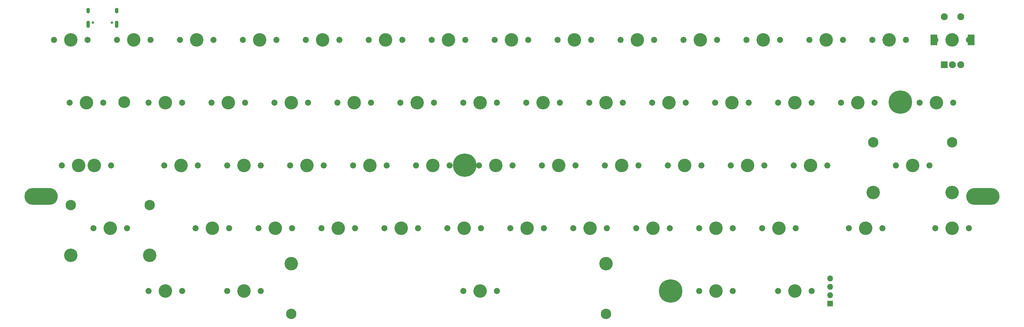
<source format=gbr>
%TF.GenerationSoftware,KiCad,Pcbnew,(5.1.6)-1*%
%TF.CreationDate,2020-09-28T17:44:52+07:00*%
%TF.ProjectId,HHKR,48484b52-2e6b-4696-9361-645f70636258,rev?*%
%TF.SameCoordinates,Original*%
%TF.FileFunction,Soldermask,Top*%
%TF.FilePolarity,Negative*%
%FSLAX46Y46*%
G04 Gerber Fmt 4.6, Leading zero omitted, Abs format (unit mm)*
G04 Created by KiCad (PCBNEW (5.1.6)-1) date 2020-09-28 17:44:52*
%MOMM*%
%LPD*%
G01*
G04 APERTURE LIST*
%ADD10C,1.850000*%
%ADD11C,4.087800*%
%ADD12C,7.100240*%
%ADD13O,10.099980X5.101260*%
%ADD14C,3.600000*%
%ADD15C,3.148000*%
%ADD16C,0.750000*%
%ADD17O,1.100000X2.200000*%
%ADD18O,1.100000X1.700000*%
%ADD19C,2.100000*%
%ADD20R,2.100000X3.300000*%
%ADD21R,2.100000X2.100000*%
%ADD22O,1.800000X1.800000*%
%ADD23R,1.800000X1.800000*%
G04 APERTURE END LIST*
D10*
%TO.C,MX60*%
X286067500Y76200000D03*
X275907500Y76200000D03*
D11*
X280987500Y76200000D03*
%TD*%
D10*
%TO.C,MX30*%
X152717500Y57150000D03*
X142557500Y57150000D03*
D11*
X147637500Y57150000D03*
%TD*%
D12*
%TO.C,H6*%
X138250000Y57250000D03*
%TD*%
%TO.C,H5*%
X200550000Y19050000D03*
%TD*%
%TO.C,H4*%
X270100000Y76350000D03*
%TD*%
D13*
%TO.C,H3*%
X295050000Y47750000D03*
%TD*%
%TO.C,H2*%
X10050000Y47750000D03*
%TD*%
D14*
%TO.C,H1*%
X35250000Y76350000D03*
%TD*%
D10*
%TO.C,MX27*%
X137795000Y19050000D03*
X147955000Y19050000D03*
D11*
X142875000Y19050000D03*
D15*
X85725000Y12065000D03*
X180975000Y12065000D03*
D11*
X85725000Y27305000D03*
X180975000Y27305000D03*
%TD*%
D10*
%TO.C,MX22*%
X124142500Y38100000D03*
X113982500Y38100000D03*
D11*
X119062500Y38100000D03*
%TD*%
%TO.C,MX61*%
X21431250Y57150000D03*
D10*
X16351250Y57150000D03*
X26511250Y57150000D03*
%TD*%
D11*
%TO.C,MX3*%
X26193750Y57150000D03*
D10*
X21113750Y57150000D03*
X31273750Y57150000D03*
%TD*%
%TO.C,MX4*%
X25876250Y38100000D03*
D11*
X30956250Y38100000D03*
D10*
X36036250Y38100000D03*
D11*
X19018250Y29845000D03*
X42894250Y29845000D03*
D15*
X19018250Y45085000D03*
X42894250Y45085000D03*
%TD*%
D10*
%TO.C,MX56*%
X268763750Y57150000D03*
D11*
X273843750Y57150000D03*
D10*
X278923750Y57150000D03*
D11*
X261905750Y48895000D03*
X285781750Y48895000D03*
D15*
X261905750Y64135000D03*
X285781750Y64135000D03*
%TD*%
D11*
%TO.C,MX6*%
X38100000Y95250000D03*
D10*
X33020000Y95250000D03*
X43180000Y95250000D03*
%TD*%
D11*
%TO.C,MX1*%
X19050000Y95250000D03*
D10*
X13970000Y95250000D03*
X24130000Y95250000D03*
%TD*%
%TO.C,MX18*%
X105092500Y38100000D03*
X94932500Y38100000D03*
D11*
X100012500Y38100000D03*
%TD*%
D10*
%TO.C,MX17*%
X95567500Y57150000D03*
X85407500Y57150000D03*
D11*
X90487500Y57150000D03*
%TD*%
D10*
%TO.C,MX16*%
X90805000Y76200000D03*
X80645000Y76200000D03*
D11*
X85725000Y76200000D03*
%TD*%
D16*
%TO.C,USB1*%
X31480000Y100505000D03*
X25700000Y100505000D03*
D17*
X24270000Y99975000D03*
X32910000Y99975000D03*
D18*
X24270000Y104155000D03*
X32910000Y104155000D03*
%TD*%
D19*
%TO.C,SWE1*%
X288368750Y102250000D03*
X283368750Y102250000D03*
D20*
X291468750Y95250000D03*
X280268750Y95250000D03*
D19*
X288368750Y87750000D03*
X285868750Y87750000D03*
D21*
X283368750Y87750000D03*
%TD*%
D22*
%TO.C,J1*%
X248820000Y22860000D03*
X248820000Y20320000D03*
X248820000Y17780000D03*
D23*
X248820000Y15240000D03*
%TD*%
D10*
%TO.C,MX59*%
X290830000Y95250000D03*
X280670000Y95250000D03*
D11*
X285750000Y95250000D03*
%TD*%
D10*
%TO.C,MX58*%
X271780000Y95250000D03*
X261620000Y95250000D03*
D11*
X266700000Y95250000D03*
%TD*%
D10*
%TO.C,MX57*%
X290830000Y38100000D03*
X280670000Y38100000D03*
D11*
X285750000Y38100000D03*
%TD*%
D10*
%TO.C,MX55*%
X262255000Y76200000D03*
X252095000Y76200000D03*
D11*
X257175000Y76200000D03*
%TD*%
D10*
%TO.C,MX54*%
X252730000Y95250000D03*
X242570000Y95250000D03*
D11*
X247650000Y95250000D03*
%TD*%
D10*
%TO.C,MX53*%
X264636250Y38100000D03*
X254476250Y38100000D03*
D11*
X259556250Y38100000D03*
%TD*%
D10*
%TO.C,MX52*%
X247967500Y57150000D03*
X237807500Y57150000D03*
D11*
X242887500Y57150000D03*
%TD*%
D10*
%TO.C,MX51*%
X243205000Y76200000D03*
X233045000Y76200000D03*
D11*
X238125000Y76200000D03*
%TD*%
D10*
%TO.C,MX50*%
X233680000Y95250000D03*
X223520000Y95250000D03*
D11*
X228600000Y95250000D03*
%TD*%
D10*
%TO.C,MX49*%
X243205000Y19050000D03*
X233045000Y19050000D03*
D11*
X238125000Y19050000D03*
%TD*%
D10*
%TO.C,MX48*%
X238442500Y38100000D03*
X228282500Y38100000D03*
D11*
X233362500Y38100000D03*
%TD*%
D10*
%TO.C,MX47*%
X228917500Y57150000D03*
X218757500Y57150000D03*
D11*
X223837500Y57150000D03*
%TD*%
D10*
%TO.C,MX46*%
X224155000Y76200000D03*
X213995000Y76200000D03*
D11*
X219075000Y76200000D03*
%TD*%
D10*
%TO.C,MX45*%
X214630000Y95250000D03*
X204470000Y95250000D03*
D11*
X209550000Y95250000D03*
%TD*%
D10*
%TO.C,MX44*%
X219392500Y19050000D03*
X209232500Y19050000D03*
D11*
X214312500Y19050000D03*
%TD*%
D10*
%TO.C,MX43*%
X219392500Y38100000D03*
X209232500Y38100000D03*
D11*
X214312500Y38100000D03*
%TD*%
D10*
%TO.C,MX42*%
X209867500Y57150000D03*
X199707500Y57150000D03*
D11*
X204787500Y57150000D03*
%TD*%
D10*
%TO.C,MX41*%
X205105000Y76200000D03*
X194945000Y76200000D03*
D11*
X200025000Y76200000D03*
%TD*%
D10*
%TO.C,MX40*%
X195580000Y95250000D03*
X185420000Y95250000D03*
D11*
X190500000Y95250000D03*
%TD*%
D10*
%TO.C,MX39*%
X200342500Y38100000D03*
X190182500Y38100000D03*
D11*
X195262500Y38100000D03*
%TD*%
D10*
%TO.C,MX38*%
X190817500Y57150000D03*
X180657500Y57150000D03*
D11*
X185737500Y57150000D03*
%TD*%
D10*
%TO.C,MX37*%
X186055000Y76200000D03*
X175895000Y76200000D03*
D11*
X180975000Y76200000D03*
%TD*%
D10*
%TO.C,MX36*%
X176530000Y95250000D03*
X166370000Y95250000D03*
D11*
X171450000Y95250000D03*
%TD*%
D10*
%TO.C,MX35*%
X181292500Y38100000D03*
X171132500Y38100000D03*
D11*
X176212500Y38100000D03*
%TD*%
D10*
%TO.C,MX34*%
X171767500Y57150000D03*
X161607500Y57150000D03*
D11*
X166687500Y57150000D03*
%TD*%
D10*
%TO.C,MX33*%
X167005000Y76200000D03*
X156845000Y76200000D03*
D11*
X161925000Y76200000D03*
%TD*%
D10*
%TO.C,MX32*%
X157480000Y95250000D03*
X147320000Y95250000D03*
D11*
X152400000Y95250000D03*
%TD*%
D10*
%TO.C,MX31*%
X162242500Y38100000D03*
X152082500Y38100000D03*
D11*
X157162500Y38100000D03*
%TD*%
D10*
%TO.C,MX29*%
X147955000Y76200000D03*
X137795000Y76200000D03*
D11*
X142875000Y76200000D03*
%TD*%
D10*
%TO.C,MX28*%
X138430000Y95250000D03*
X128270000Y95250000D03*
D11*
X133350000Y95250000D03*
%TD*%
D10*
%TO.C,MX26*%
X143192500Y38100000D03*
X133032500Y38100000D03*
D11*
X138112500Y38100000D03*
%TD*%
D10*
%TO.C,MX25*%
X133667500Y57150000D03*
X123507500Y57150000D03*
D11*
X128587500Y57150000D03*
%TD*%
D10*
%TO.C,MX24*%
X128905000Y76200000D03*
X118745000Y76200000D03*
D11*
X123825000Y76200000D03*
%TD*%
D10*
%TO.C,MX23*%
X119380000Y95250000D03*
X109220000Y95250000D03*
D11*
X114300000Y95250000D03*
%TD*%
D10*
%TO.C,MX21*%
X114617500Y57150000D03*
X104457500Y57150000D03*
D11*
X109537500Y57150000D03*
%TD*%
D10*
%TO.C,MX20*%
X109855000Y76200000D03*
X99695000Y76200000D03*
D11*
X104775000Y76200000D03*
%TD*%
D10*
%TO.C,MX19*%
X100330000Y95250000D03*
X90170000Y95250000D03*
D11*
X95250000Y95250000D03*
%TD*%
D10*
%TO.C,MX15*%
X81280000Y95250000D03*
X71120000Y95250000D03*
D11*
X76200000Y95250000D03*
%TD*%
D10*
%TO.C,MX14*%
X86042500Y38100000D03*
X75882500Y38100000D03*
D11*
X80962500Y38100000D03*
%TD*%
D10*
%TO.C,MX13*%
X76517500Y57150000D03*
X66357500Y57150000D03*
D11*
X71437500Y57150000D03*
%TD*%
D10*
%TO.C,MX12*%
X71755000Y76200000D03*
X61595000Y76200000D03*
D11*
X66675000Y76200000D03*
%TD*%
D10*
%TO.C,MX11*%
X62230000Y95250000D03*
X52070000Y95250000D03*
D11*
X57150000Y95250000D03*
%TD*%
D10*
%TO.C,MX10*%
X76517500Y19050000D03*
X66357500Y19050000D03*
D11*
X71437500Y19050000D03*
%TD*%
D10*
%TO.C,MX9*%
X66992500Y38100000D03*
X56832500Y38100000D03*
D11*
X61912500Y38100000D03*
%TD*%
D10*
%TO.C,MX8*%
X57467500Y57150000D03*
X47307500Y57150000D03*
D11*
X52387500Y57150000D03*
%TD*%
D10*
%TO.C,MX7*%
X52705000Y76200000D03*
X42545000Y76200000D03*
D11*
X47625000Y76200000D03*
%TD*%
D10*
%TO.C,MX5*%
X52705000Y19050000D03*
X42545000Y19050000D03*
D11*
X47625000Y19050000D03*
%TD*%
D10*
%TO.C,MX2*%
X28892500Y76200000D03*
X18732500Y76200000D03*
D11*
X23812500Y76200000D03*
%TD*%
M02*

</source>
